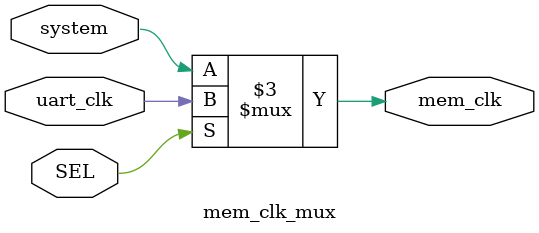
<source format=v>
module mem_clk_mux (
	input system,
	input uart_clk,
	input SEL,
	output reg mem_clk
	);
	
	always @(*)
		begin
			if (SEL)
				mem_clk <= uart_clk;
			else
				mem_clk <= system;
		end

endmodule

</source>
